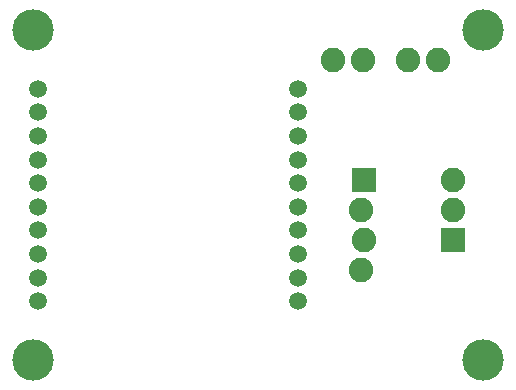
<source format=gbs>
G75*
G70*
%OFA0B0*%
%FSLAX24Y24*%
%IPPOS*%
%LPD*%
%AMOC8*
5,1,8,0,0,1.08239X$1,22.5*
%
%ADD10C,0.0595*%
%ADD11C,0.0820*%
%ADD12R,0.0820X0.0820*%
%ADD13C,0.1380*%
D10*
X008003Y009957D03*
X008003Y010744D03*
X008003Y011531D03*
X008003Y012319D03*
X008003Y013106D03*
X008003Y013894D03*
X008003Y014681D03*
X008003Y015469D03*
X008003Y016256D03*
X008003Y017043D03*
X016664Y017043D03*
X016664Y016256D03*
X016664Y015469D03*
X016664Y014681D03*
X016664Y013894D03*
X016664Y013106D03*
X016664Y012319D03*
X016664Y011531D03*
X016664Y010744D03*
X016664Y009957D03*
D11*
X018783Y011000D03*
X018883Y012000D03*
X018783Y013000D03*
X021833Y013000D03*
X021833Y014000D03*
X021333Y018000D03*
X020333Y018000D03*
X018833Y018000D03*
X017833Y018000D03*
D12*
X018883Y014000D03*
X021833Y012000D03*
D13*
X007833Y008000D03*
X022833Y008000D03*
X022833Y019000D03*
X007833Y019000D03*
M02*

</source>
